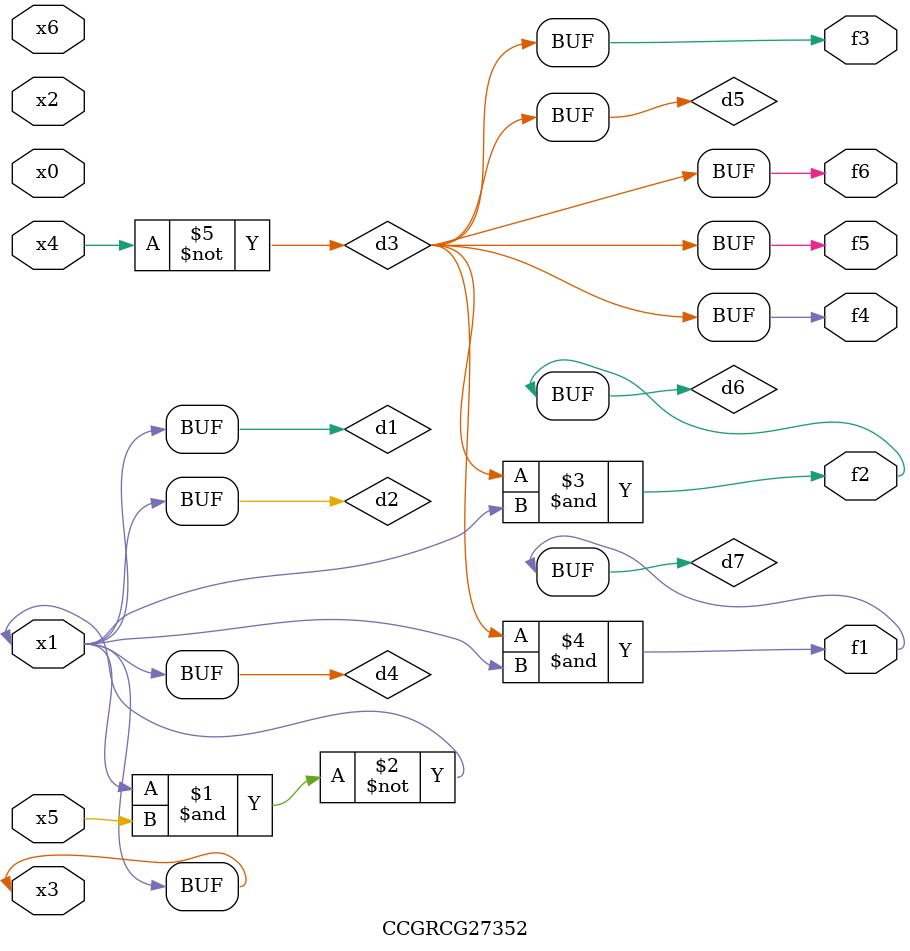
<source format=v>
module CCGRCG27352(
	input x0, x1, x2, x3, x4, x5, x6,
	output f1, f2, f3, f4, f5, f6
);

	wire d1, d2, d3, d4, d5, d6, d7;

	buf (d1, x1, x3);
	nand (d2, x1, x5);
	not (d3, x4);
	buf (d4, d1, d2);
	buf (d5, d3);
	and (d6, d3, d4);
	and (d7, d3, d4);
	assign f1 = d7;
	assign f2 = d6;
	assign f3 = d5;
	assign f4 = d5;
	assign f5 = d5;
	assign f6 = d5;
endmodule

</source>
